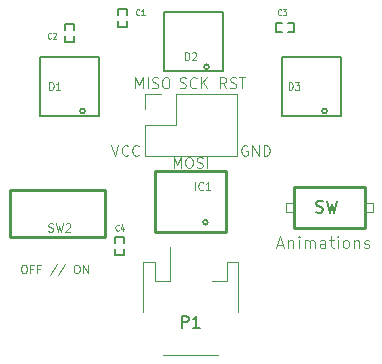
<source format=gbr>
G04 #@! TF.FileFunction,Legend,Top*
%FSLAX46Y46*%
G04 Gerber Fmt 4.6, Leading zero omitted, Abs format (unit mm)*
G04 Created by KiCad (PCBNEW 4.0.6) date 08/10/17 10:11:21*
%MOMM*%
%LPD*%
G01*
G04 APERTURE LIST*
%ADD10C,0.100000*%
%ADD11C,0.254000*%
%ADD12C,0.127000*%
%ADD13C,0.150000*%
%ADD14C,0.120000*%
%ADD15C,0.220980*%
%ADD16C,0.066040*%
%ADD17C,0.110000*%
%ADD18C,0.099060*%
%ADD19C,0.200000*%
G04 APERTURE END LIST*
D10*
X153119048Y-94916667D02*
X153595239Y-94916667D01*
X153023810Y-95202381D02*
X153357143Y-94202381D01*
X153690477Y-95202381D01*
X154023810Y-94535714D02*
X154023810Y-95202381D01*
X154023810Y-94630952D02*
X154071429Y-94583333D01*
X154166667Y-94535714D01*
X154309525Y-94535714D01*
X154404763Y-94583333D01*
X154452382Y-94678571D01*
X154452382Y-95202381D01*
X154928572Y-95202381D02*
X154928572Y-94535714D01*
X154928572Y-94202381D02*
X154880953Y-94250000D01*
X154928572Y-94297619D01*
X154976191Y-94250000D01*
X154928572Y-94202381D01*
X154928572Y-94297619D01*
X155404762Y-95202381D02*
X155404762Y-94535714D01*
X155404762Y-94630952D02*
X155452381Y-94583333D01*
X155547619Y-94535714D01*
X155690477Y-94535714D01*
X155785715Y-94583333D01*
X155833334Y-94678571D01*
X155833334Y-95202381D01*
X155833334Y-94678571D02*
X155880953Y-94583333D01*
X155976191Y-94535714D01*
X156119048Y-94535714D01*
X156214286Y-94583333D01*
X156261905Y-94678571D01*
X156261905Y-95202381D01*
X157166667Y-95202381D02*
X157166667Y-94678571D01*
X157119048Y-94583333D01*
X157023810Y-94535714D01*
X156833333Y-94535714D01*
X156738095Y-94583333D01*
X157166667Y-95154762D02*
X157071429Y-95202381D01*
X156833333Y-95202381D01*
X156738095Y-95154762D01*
X156690476Y-95059524D01*
X156690476Y-94964286D01*
X156738095Y-94869048D01*
X156833333Y-94821429D01*
X157071429Y-94821429D01*
X157166667Y-94773810D01*
X157500000Y-94535714D02*
X157880952Y-94535714D01*
X157642857Y-94202381D02*
X157642857Y-95059524D01*
X157690476Y-95154762D01*
X157785714Y-95202381D01*
X157880952Y-95202381D01*
X158214286Y-95202381D02*
X158214286Y-94535714D01*
X158214286Y-94202381D02*
X158166667Y-94250000D01*
X158214286Y-94297619D01*
X158261905Y-94250000D01*
X158214286Y-94202381D01*
X158214286Y-94297619D01*
X158833333Y-95202381D02*
X158738095Y-95154762D01*
X158690476Y-95107143D01*
X158642857Y-95011905D01*
X158642857Y-94726190D01*
X158690476Y-94630952D01*
X158738095Y-94583333D01*
X158833333Y-94535714D01*
X158976191Y-94535714D01*
X159071429Y-94583333D01*
X159119048Y-94630952D01*
X159166667Y-94726190D01*
X159166667Y-95011905D01*
X159119048Y-95107143D01*
X159071429Y-95154762D01*
X158976191Y-95202381D01*
X158833333Y-95202381D01*
X159595238Y-94535714D02*
X159595238Y-95202381D01*
X159595238Y-94630952D02*
X159642857Y-94583333D01*
X159738095Y-94535714D01*
X159880953Y-94535714D01*
X159976191Y-94583333D01*
X160023810Y-94678571D01*
X160023810Y-95202381D01*
X160452381Y-95154762D02*
X160547619Y-95202381D01*
X160738095Y-95202381D01*
X160833334Y-95154762D01*
X160880953Y-95059524D01*
X160880953Y-95011905D01*
X160833334Y-94916667D01*
X160738095Y-94869048D01*
X160595238Y-94869048D01*
X160500000Y-94821429D01*
X160452381Y-94726190D01*
X160452381Y-94678571D01*
X160500000Y-94583333D01*
X160595238Y-94535714D01*
X160738095Y-94535714D01*
X160833334Y-94583333D01*
X144335715Y-88407143D02*
X144335715Y-87507143D01*
X144635715Y-88150000D01*
X144935715Y-87507143D01*
X144935715Y-88407143D01*
X145535714Y-87507143D02*
X145707143Y-87507143D01*
X145792857Y-87550000D01*
X145878571Y-87635714D01*
X145921429Y-87807143D01*
X145921429Y-88107143D01*
X145878571Y-88278571D01*
X145792857Y-88364286D01*
X145707143Y-88407143D01*
X145535714Y-88407143D01*
X145450000Y-88364286D01*
X145364286Y-88278571D01*
X145321429Y-88107143D01*
X145321429Y-87807143D01*
X145364286Y-87635714D01*
X145450000Y-87550000D01*
X145535714Y-87507143D01*
X146264286Y-88364286D02*
X146392857Y-88407143D01*
X146607143Y-88407143D01*
X146692857Y-88364286D01*
X146735714Y-88321429D01*
X146778571Y-88235714D01*
X146778571Y-88150000D01*
X146735714Y-88064286D01*
X146692857Y-88021429D01*
X146607143Y-87978571D01*
X146435714Y-87935714D01*
X146350000Y-87892857D01*
X146307143Y-87850000D01*
X146264286Y-87764286D01*
X146264286Y-87678571D01*
X146307143Y-87592857D01*
X146350000Y-87550000D01*
X146435714Y-87507143D01*
X146650000Y-87507143D01*
X146778571Y-87550000D01*
X147164286Y-88407143D02*
X147164286Y-87507143D01*
X139050000Y-86507143D02*
X139350000Y-87407143D01*
X139650000Y-86507143D01*
X140464286Y-87321429D02*
X140421429Y-87364286D01*
X140292858Y-87407143D01*
X140207144Y-87407143D01*
X140078572Y-87364286D01*
X139992858Y-87278571D01*
X139950001Y-87192857D01*
X139907144Y-87021429D01*
X139907144Y-86892857D01*
X139950001Y-86721429D01*
X139992858Y-86635714D01*
X140078572Y-86550000D01*
X140207144Y-86507143D01*
X140292858Y-86507143D01*
X140421429Y-86550000D01*
X140464286Y-86592857D01*
X141364286Y-87321429D02*
X141321429Y-87364286D01*
X141192858Y-87407143D01*
X141107144Y-87407143D01*
X140978572Y-87364286D01*
X140892858Y-87278571D01*
X140850001Y-87192857D01*
X140807144Y-87021429D01*
X140807144Y-86892857D01*
X140850001Y-86721429D01*
X140892858Y-86635714D01*
X140978572Y-86550000D01*
X141107144Y-86507143D01*
X141192858Y-86507143D01*
X141321429Y-86550000D01*
X141364286Y-86592857D01*
X141085715Y-81657143D02*
X141085715Y-80757143D01*
X141385715Y-81400000D01*
X141685715Y-80757143D01*
X141685715Y-81657143D01*
X142114286Y-81657143D02*
X142114286Y-80757143D01*
X142500000Y-81614286D02*
X142628571Y-81657143D01*
X142842857Y-81657143D01*
X142928571Y-81614286D01*
X142971428Y-81571429D01*
X143014285Y-81485714D01*
X143014285Y-81400000D01*
X142971428Y-81314286D01*
X142928571Y-81271429D01*
X142842857Y-81228571D01*
X142671428Y-81185714D01*
X142585714Y-81142857D01*
X142542857Y-81100000D01*
X142500000Y-81014286D01*
X142500000Y-80928571D01*
X142542857Y-80842857D01*
X142585714Y-80800000D01*
X142671428Y-80757143D01*
X142885714Y-80757143D01*
X143014285Y-80800000D01*
X143571428Y-80757143D02*
X143742857Y-80757143D01*
X143828571Y-80800000D01*
X143914285Y-80885714D01*
X143957143Y-81057143D01*
X143957143Y-81357143D01*
X143914285Y-81528571D01*
X143828571Y-81614286D01*
X143742857Y-81657143D01*
X143571428Y-81657143D01*
X143485714Y-81614286D01*
X143400000Y-81528571D01*
X143357143Y-81357143D01*
X143357143Y-81057143D01*
X143400000Y-80885714D01*
X143485714Y-80800000D01*
X143571428Y-80757143D01*
X144842858Y-81614286D02*
X144971429Y-81657143D01*
X145185715Y-81657143D01*
X145271429Y-81614286D01*
X145314286Y-81571429D01*
X145357143Y-81485714D01*
X145357143Y-81400000D01*
X145314286Y-81314286D01*
X145271429Y-81271429D01*
X145185715Y-81228571D01*
X145014286Y-81185714D01*
X144928572Y-81142857D01*
X144885715Y-81100000D01*
X144842858Y-81014286D01*
X144842858Y-80928571D01*
X144885715Y-80842857D01*
X144928572Y-80800000D01*
X145014286Y-80757143D01*
X145228572Y-80757143D01*
X145357143Y-80800000D01*
X146257143Y-81571429D02*
X146214286Y-81614286D01*
X146085715Y-81657143D01*
X146000001Y-81657143D01*
X145871429Y-81614286D01*
X145785715Y-81528571D01*
X145742858Y-81442857D01*
X145700001Y-81271429D01*
X145700001Y-81142857D01*
X145742858Y-80971429D01*
X145785715Y-80885714D01*
X145871429Y-80800000D01*
X146000001Y-80757143D01*
X146085715Y-80757143D01*
X146214286Y-80800000D01*
X146257143Y-80842857D01*
X146642858Y-81657143D02*
X146642858Y-80757143D01*
X147157143Y-81657143D02*
X146771429Y-81142857D01*
X147157143Y-80757143D02*
X146642858Y-81271429D01*
X148757143Y-81657143D02*
X148457143Y-81228571D01*
X148242858Y-81657143D02*
X148242858Y-80757143D01*
X148585715Y-80757143D01*
X148671429Y-80800000D01*
X148714286Y-80842857D01*
X148757143Y-80928571D01*
X148757143Y-81057143D01*
X148714286Y-81142857D01*
X148671429Y-81185714D01*
X148585715Y-81228571D01*
X148242858Y-81228571D01*
X149100001Y-81614286D02*
X149228572Y-81657143D01*
X149442858Y-81657143D01*
X149528572Y-81614286D01*
X149571429Y-81571429D01*
X149614286Y-81485714D01*
X149614286Y-81400000D01*
X149571429Y-81314286D01*
X149528572Y-81271429D01*
X149442858Y-81228571D01*
X149271429Y-81185714D01*
X149185715Y-81142857D01*
X149142858Y-81100000D01*
X149100001Y-81014286D01*
X149100001Y-80928571D01*
X149142858Y-80842857D01*
X149185715Y-80800000D01*
X149271429Y-80757143D01*
X149485715Y-80757143D01*
X149614286Y-80800000D01*
X149871429Y-80757143D02*
X150385715Y-80757143D01*
X150128572Y-81657143D02*
X150128572Y-80757143D01*
X150564286Y-86550000D02*
X150478572Y-86507143D01*
X150350001Y-86507143D01*
X150221429Y-86550000D01*
X150135715Y-86635714D01*
X150092858Y-86721429D01*
X150050001Y-86892857D01*
X150050001Y-87021429D01*
X150092858Y-87192857D01*
X150135715Y-87278571D01*
X150221429Y-87364286D01*
X150350001Y-87407143D01*
X150435715Y-87407143D01*
X150564286Y-87364286D01*
X150607143Y-87321429D01*
X150607143Y-87021429D01*
X150435715Y-87021429D01*
X150992858Y-87407143D02*
X150992858Y-86507143D01*
X151507143Y-87407143D01*
X151507143Y-86507143D01*
X151935715Y-87407143D02*
X151935715Y-86507143D01*
X152150000Y-86507143D01*
X152278572Y-86550000D01*
X152364286Y-86635714D01*
X152407143Y-86721429D01*
X152450000Y-86892857D01*
X152450000Y-87021429D01*
X152407143Y-87192857D01*
X152364286Y-87278571D01*
X152278572Y-87364286D01*
X152150000Y-87407143D01*
X151935715Y-87407143D01*
D11*
X142750000Y-88650000D02*
X148750000Y-88650000D01*
X148750000Y-93850000D02*
X148750000Y-88650000D01*
X142750000Y-93850000D02*
X148750000Y-93850000D01*
X142750000Y-93850000D02*
X142750000Y-88650000D01*
D12*
X147213158Y-93028000D02*
G75*
G03X147213158Y-93028000I-201158J0D01*
G01*
X139619000Y-76004000D02*
X139619000Y-76512000D01*
X139619000Y-76512000D02*
X140381000Y-76512000D01*
X140381000Y-76512000D02*
X140381000Y-76004000D01*
X139619000Y-75496000D02*
X139619000Y-74988000D01*
X139619000Y-74988000D02*
X140381000Y-74988000D01*
X140381000Y-74988000D02*
X140381000Y-75496000D01*
X135119000Y-77254000D02*
X135119000Y-77762000D01*
X135119000Y-77762000D02*
X135881000Y-77762000D01*
X135881000Y-77762000D02*
X135881000Y-77254000D01*
X135119000Y-76746000D02*
X135119000Y-76238000D01*
X135119000Y-76238000D02*
X135881000Y-76238000D01*
X135881000Y-76238000D02*
X135881000Y-76746000D01*
X153496000Y-76119000D02*
X152988000Y-76119000D01*
X152988000Y-76119000D02*
X152988000Y-76881000D01*
X152988000Y-76881000D02*
X153496000Y-76881000D01*
X154004000Y-76119000D02*
X154512000Y-76119000D01*
X154512000Y-76119000D02*
X154512000Y-76881000D01*
X154512000Y-76881000D02*
X154004000Y-76881000D01*
D13*
X136800000Y-83600000D02*
G75*
G03X136800000Y-83600000I-200000J0D01*
G01*
X133000000Y-84000000D02*
X138000000Y-84000000D01*
X133000000Y-79000000D02*
X138000000Y-79000000D01*
X133000000Y-84000000D02*
X133000000Y-79000000D01*
X138000000Y-84000000D02*
X138000000Y-79000000D01*
X147300000Y-79850000D02*
G75*
G03X147300000Y-79850000I-200000J0D01*
G01*
X143500000Y-80250000D02*
X148500000Y-80250000D01*
X143500000Y-75250000D02*
X148500000Y-75250000D01*
X143500000Y-80250000D02*
X143500000Y-75250000D01*
X148500000Y-80250000D02*
X148500000Y-75250000D01*
X157300000Y-83600000D02*
G75*
G03X157300000Y-83600000I-200000J0D01*
G01*
X153500000Y-84000000D02*
X158500000Y-84000000D01*
X153500000Y-79000000D02*
X158500000Y-79000000D01*
X153500000Y-84000000D02*
X153500000Y-79000000D01*
X158500000Y-84000000D02*
X158500000Y-79000000D01*
D14*
X144520000Y-82170000D02*
X149660000Y-82170000D01*
X149660000Y-82170000D02*
X149660000Y-87370000D01*
X149660000Y-87370000D02*
X141920000Y-87370000D01*
X141920000Y-87370000D02*
X141920000Y-84770000D01*
X141920000Y-84770000D02*
X144520000Y-84770000D01*
X144520000Y-84770000D02*
X144520000Y-82170000D01*
X143250000Y-82170000D02*
X141920000Y-82170000D01*
X141920000Y-82170000D02*
X141920000Y-83440000D01*
X143975000Y-98025000D02*
X142700000Y-98025000D01*
X142700000Y-98025000D02*
X142700000Y-96425000D01*
X142700000Y-96425000D02*
X141700000Y-96425000D01*
X141700000Y-96425000D02*
X141700000Y-100650000D01*
X149800000Y-100650000D02*
X149800000Y-96425000D01*
X149800000Y-96425000D02*
X148800000Y-96425000D01*
X148800000Y-96425000D02*
X148800000Y-98025000D01*
X148800000Y-98025000D02*
X147525000Y-98025000D01*
X143425000Y-104225000D02*
X148075000Y-104225000D01*
X143975000Y-98025000D02*
X143975000Y-95125000D01*
D15*
X138500000Y-94250000D02*
X130500000Y-94250000D01*
X130500000Y-94250000D02*
X130500000Y-90250000D01*
X130500000Y-90250000D02*
X138500000Y-90250000D01*
X138500000Y-90250000D02*
X138500000Y-94250000D01*
D16*
X153801760Y-92148780D02*
X154601860Y-92148780D01*
X154601860Y-92148780D02*
X154601860Y-91351220D01*
X153801760Y-91351220D02*
X154601860Y-91351220D01*
X153801760Y-92148780D02*
X153801760Y-91351220D01*
X160398140Y-92148780D02*
X161198240Y-92148780D01*
X161198240Y-92148780D02*
X161198240Y-91351220D01*
X160398140Y-91351220D02*
X161198240Y-91351220D01*
X160398140Y-92148780D02*
X160398140Y-91351220D01*
D11*
X154500260Y-90002480D02*
X160499740Y-90002480D01*
X160499740Y-93497520D02*
X154500260Y-93497520D01*
X154500260Y-90002480D02*
X154500260Y-91102300D01*
X160499740Y-90002480D02*
X160499740Y-91102300D01*
X160499740Y-93497520D02*
X160499740Y-92397700D01*
X154500260Y-93497520D02*
X154500260Y-92397700D01*
X154500260Y-91102300D02*
X154500260Y-92349440D01*
X160499740Y-91051500D02*
X160499740Y-92499300D01*
D12*
X140131000Y-94746000D02*
X140131000Y-94238000D01*
X140131000Y-94238000D02*
X139369000Y-94238000D01*
X139369000Y-94238000D02*
X139369000Y-94746000D01*
X140131000Y-95254000D02*
X140131000Y-95762000D01*
X140131000Y-95762000D02*
X139369000Y-95762000D01*
X139369000Y-95762000D02*
X139369000Y-95254000D01*
D17*
X146164286Y-90316667D02*
X146164286Y-89616667D01*
X146792857Y-90250000D02*
X146764286Y-90283333D01*
X146678572Y-90316667D01*
X146621429Y-90316667D01*
X146535714Y-90283333D01*
X146478572Y-90216667D01*
X146450000Y-90150000D01*
X146421429Y-90016667D01*
X146421429Y-89916667D01*
X146450000Y-89783333D01*
X146478572Y-89716667D01*
X146535714Y-89650000D01*
X146621429Y-89616667D01*
X146678572Y-89616667D01*
X146764286Y-89650000D01*
X146792857Y-89683333D01*
X147364286Y-90316667D02*
X147021429Y-90316667D01*
X147192857Y-90316667D02*
X147192857Y-89616667D01*
X147135714Y-89716667D01*
X147078572Y-89783333D01*
X147021429Y-89816667D01*
D18*
X141425071Y-75428707D02*
X141403662Y-75452535D01*
X141339436Y-75476362D01*
X141296619Y-75476362D01*
X141232394Y-75452535D01*
X141189576Y-75404880D01*
X141168168Y-75357224D01*
X141146759Y-75261914D01*
X141146759Y-75190431D01*
X141168168Y-75095120D01*
X141189576Y-75047465D01*
X141232394Y-74999810D01*
X141296619Y-74975982D01*
X141339436Y-74975982D01*
X141403662Y-74999810D01*
X141425071Y-75023638D01*
X141853242Y-75476362D02*
X141596339Y-75476362D01*
X141724791Y-75476362D02*
X141724791Y-74975982D01*
X141681974Y-75047465D01*
X141639156Y-75095120D01*
X141596339Y-75118948D01*
X133925071Y-77428707D02*
X133903662Y-77452535D01*
X133839436Y-77476362D01*
X133796619Y-77476362D01*
X133732394Y-77452535D01*
X133689576Y-77404880D01*
X133668168Y-77357224D01*
X133646759Y-77261914D01*
X133646759Y-77190431D01*
X133668168Y-77095120D01*
X133689576Y-77047465D01*
X133732394Y-76999810D01*
X133796619Y-76975982D01*
X133839436Y-76975982D01*
X133903662Y-76999810D01*
X133925071Y-77023638D01*
X134096339Y-77023638D02*
X134117748Y-76999810D01*
X134160565Y-76975982D01*
X134267608Y-76975982D01*
X134310425Y-76999810D01*
X134331834Y-77023638D01*
X134353242Y-77071293D01*
X134353242Y-77118948D01*
X134331834Y-77190431D01*
X134074931Y-77476362D01*
X134353242Y-77476362D01*
X153425071Y-75428707D02*
X153403662Y-75452535D01*
X153339436Y-75476362D01*
X153296619Y-75476362D01*
X153232394Y-75452535D01*
X153189576Y-75404880D01*
X153168168Y-75357224D01*
X153146759Y-75261914D01*
X153146759Y-75190431D01*
X153168168Y-75095120D01*
X153189576Y-75047465D01*
X153232394Y-74999810D01*
X153296619Y-74975982D01*
X153339436Y-74975982D01*
X153403662Y-74999810D01*
X153425071Y-75023638D01*
X153574931Y-74975982D02*
X153853242Y-74975982D01*
X153703382Y-75166603D01*
X153767608Y-75166603D01*
X153810425Y-75190431D01*
X153831834Y-75214259D01*
X153853242Y-75261914D01*
X153853242Y-75381052D01*
X153831834Y-75428707D01*
X153810425Y-75452535D01*
X153767608Y-75476362D01*
X153639156Y-75476362D01*
X153596339Y-75452535D01*
X153574931Y-75428707D01*
D17*
X133807143Y-81816667D02*
X133807143Y-81116667D01*
X133950000Y-81116667D01*
X134035715Y-81150000D01*
X134092857Y-81216667D01*
X134121429Y-81283333D01*
X134150000Y-81416667D01*
X134150000Y-81516667D01*
X134121429Y-81650000D01*
X134092857Y-81716667D01*
X134035715Y-81783333D01*
X133950000Y-81816667D01*
X133807143Y-81816667D01*
X134721429Y-81816667D02*
X134378572Y-81816667D01*
X134550000Y-81816667D02*
X134550000Y-81116667D01*
X134492857Y-81216667D01*
X134435715Y-81283333D01*
X134378572Y-81316667D01*
X145307143Y-79316667D02*
X145307143Y-78616667D01*
X145450000Y-78616667D01*
X145535715Y-78650000D01*
X145592857Y-78716667D01*
X145621429Y-78783333D01*
X145650000Y-78916667D01*
X145650000Y-79016667D01*
X145621429Y-79150000D01*
X145592857Y-79216667D01*
X145535715Y-79283333D01*
X145450000Y-79316667D01*
X145307143Y-79316667D01*
X145878572Y-78683333D02*
X145907143Y-78650000D01*
X145964286Y-78616667D01*
X146107143Y-78616667D01*
X146164286Y-78650000D01*
X146192857Y-78683333D01*
X146221429Y-78750000D01*
X146221429Y-78816667D01*
X146192857Y-78916667D01*
X145850000Y-79316667D01*
X146221429Y-79316667D01*
X154057143Y-81816667D02*
X154057143Y-81116667D01*
X154200000Y-81116667D01*
X154285715Y-81150000D01*
X154342857Y-81216667D01*
X154371429Y-81283333D01*
X154400000Y-81416667D01*
X154400000Y-81516667D01*
X154371429Y-81650000D01*
X154342857Y-81716667D01*
X154285715Y-81783333D01*
X154200000Y-81816667D01*
X154057143Y-81816667D01*
X154600000Y-81116667D02*
X154971429Y-81116667D01*
X154771429Y-81383333D01*
X154857143Y-81383333D01*
X154914286Y-81416667D01*
X154942857Y-81450000D01*
X154971429Y-81516667D01*
X154971429Y-81683333D01*
X154942857Y-81750000D01*
X154914286Y-81783333D01*
X154857143Y-81816667D01*
X154685715Y-81816667D01*
X154628572Y-81783333D01*
X154600000Y-81750000D01*
D13*
X145011905Y-101952381D02*
X145011905Y-100952381D01*
X145392858Y-100952381D01*
X145488096Y-101000000D01*
X145535715Y-101047619D01*
X145583334Y-101142857D01*
X145583334Y-101285714D01*
X145535715Y-101380952D01*
X145488096Y-101428571D01*
X145392858Y-101476190D01*
X145011905Y-101476190D01*
X146535715Y-101952381D02*
X145964286Y-101952381D01*
X146250000Y-101952381D02*
X146250000Y-100952381D01*
X146154762Y-101095238D01*
X146059524Y-101190476D01*
X145964286Y-101238095D01*
D17*
X133716185Y-93774358D02*
X133816185Y-93807692D01*
X133982852Y-93807692D01*
X134049519Y-93774358D01*
X134082852Y-93741025D01*
X134116185Y-93674358D01*
X134116185Y-93607692D01*
X134082852Y-93541025D01*
X134049519Y-93507692D01*
X133982852Y-93474358D01*
X133849519Y-93441025D01*
X133782852Y-93407692D01*
X133749519Y-93374358D01*
X133716185Y-93307692D01*
X133716185Y-93241025D01*
X133749519Y-93174358D01*
X133782852Y-93141025D01*
X133849519Y-93107692D01*
X134016185Y-93107692D01*
X134116185Y-93141025D01*
X134349519Y-93107692D02*
X134516186Y-93807692D01*
X134649519Y-93307692D01*
X134782852Y-93807692D01*
X134949519Y-93107692D01*
X135182852Y-93174358D02*
X135216186Y-93141025D01*
X135282852Y-93107692D01*
X135449519Y-93107692D01*
X135516186Y-93141025D01*
X135549519Y-93174358D01*
X135582852Y-93241025D01*
X135582852Y-93307692D01*
X135549519Y-93407692D01*
X135149519Y-93807692D01*
X135582852Y-93807692D01*
X131583335Y-96616667D02*
X131716668Y-96616667D01*
X131783335Y-96650000D01*
X131850002Y-96716667D01*
X131883335Y-96850000D01*
X131883335Y-97083333D01*
X131850002Y-97216667D01*
X131783335Y-97283333D01*
X131716668Y-97316667D01*
X131583335Y-97316667D01*
X131516668Y-97283333D01*
X131450002Y-97216667D01*
X131416668Y-97083333D01*
X131416668Y-96850000D01*
X131450002Y-96716667D01*
X131516668Y-96650000D01*
X131583335Y-96616667D01*
X132416668Y-96950000D02*
X132183335Y-96950000D01*
X132183335Y-97316667D02*
X132183335Y-96616667D01*
X132516668Y-96616667D01*
X133016668Y-96950000D02*
X132783335Y-96950000D01*
X132783335Y-97316667D02*
X132783335Y-96616667D01*
X133116668Y-96616667D01*
X134416668Y-96583333D02*
X133816668Y-97483333D01*
X135150001Y-96583333D02*
X134550001Y-97483333D01*
X136050000Y-96616667D02*
X136183333Y-96616667D01*
X136250000Y-96650000D01*
X136316667Y-96716667D01*
X136350000Y-96850000D01*
X136350000Y-97083333D01*
X136316667Y-97216667D01*
X136250000Y-97283333D01*
X136183333Y-97316667D01*
X136050000Y-97316667D01*
X135983333Y-97283333D01*
X135916667Y-97216667D01*
X135883333Y-97083333D01*
X135883333Y-96850000D01*
X135916667Y-96716667D01*
X135983333Y-96650000D01*
X136050000Y-96616667D01*
X136650000Y-97316667D02*
X136650000Y-96616667D01*
X137050000Y-97316667D01*
X137050000Y-96616667D01*
D19*
X156392857Y-92154762D02*
X156535714Y-92202381D01*
X156773810Y-92202381D01*
X156869048Y-92154762D01*
X156916667Y-92107143D01*
X156964286Y-92011905D01*
X156964286Y-91916667D01*
X156916667Y-91821429D01*
X156869048Y-91773810D01*
X156773810Y-91726190D01*
X156583333Y-91678571D01*
X156488095Y-91630952D01*
X156440476Y-91583333D01*
X156392857Y-91488095D01*
X156392857Y-91392857D01*
X156440476Y-91297619D01*
X156488095Y-91250000D01*
X156583333Y-91202381D01*
X156821429Y-91202381D01*
X156964286Y-91250000D01*
X157297619Y-91202381D02*
X157535714Y-92202381D01*
X157726191Y-91488095D01*
X157916667Y-92202381D01*
X158154762Y-91202381D01*
D18*
X139675071Y-93678707D02*
X139653662Y-93702535D01*
X139589436Y-93726362D01*
X139546619Y-93726362D01*
X139482394Y-93702535D01*
X139439576Y-93654880D01*
X139418168Y-93607224D01*
X139396759Y-93511914D01*
X139396759Y-93440431D01*
X139418168Y-93345120D01*
X139439576Y-93297465D01*
X139482394Y-93249810D01*
X139546619Y-93225982D01*
X139589436Y-93225982D01*
X139653662Y-93249810D01*
X139675071Y-93273638D01*
X140060425Y-93392776D02*
X140060425Y-93726362D01*
X139953382Y-93202155D02*
X139846339Y-93559569D01*
X140124651Y-93559569D01*
M02*

</source>
